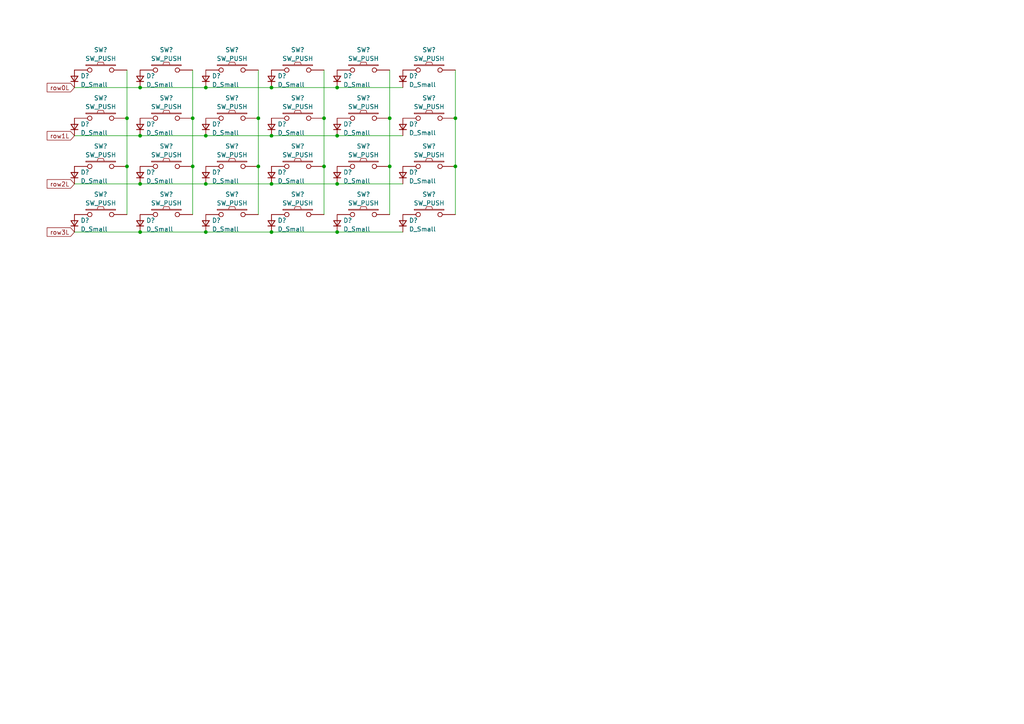
<source format=kicad_sch>
(kicad_sch (version 20211123) (generator eeschema)
  (paper "A4")
  (lib_symbols
    (symbol "Device:D_Small" (pin_numbers hide) (pin_names (offset 0.254) hide)
      (property "Reference" "D" (at -1.27 2.032 0))
      (property "Value" "D_Small" (at -3.81 -2.032 0))
      (symbol "D_Small_0_1"
        (polyline (pts (xy -0.762 -1.016) (xy -0.762 1.016)) (stroke (width 0.254)))
        (polyline (pts (xy -0.762 0) (xy 0.762 0)))
        (polyline (pts (xy 0.762 -1.016) (xy -0.762 0) (xy 0.762 1.016) (xy 0.762 -1.016)) (stroke (width 0.254)))
      )
      (symbol "D_Small_1_1"
        (pin passive line (at -2.54 0 0) (length 1.778) (name "K") (number "1"))
        (pin passive line (at 2.54 0 180) (length 1.778) (name "A") (number "2"))
      )
    )
    (symbol "kbd:SW_PUSH" (pin_numbers hide) (pin_names (offset 1.016) hide)
      (property "Reference" "SW" (at 3.81 2.794 0))
      (property "Value" "SW_PUSH" (at 0 -2.032 0))
      (symbol "SW_PUSH_0_1"
        (rectangle (start -4.318 1.27) (end 4.318 1.524))
        (polyline (pts (xy -1.016 1.524) (xy -0.762 2.286) (xy 0.762 2.286) (xy 1.016 1.524)))
        (pin passive inverted (at -7.62 0 0) (length 5.08) (name "1") (number "1"))
        (pin passive inverted (at 7.62 0 180) (length 5.08) (name "2") (number "2"))
      )
    )
  )
  (junction (at 74.93 48.26))
  (junction (at 78.74 53.34))
  (junction (at 40.64 39.37))
  (junction (at 97.79 67.31))
  (junction (at 40.64 25.4))
  (junction (at 78.74 67.31))
  (junction (at 97.79 25.4))
  (junction (at 59.69 53.34))
  (junction (at 55.88 34.29))
  (junction (at 97.79 53.34))
  (junction (at 59.69 39.37))
  (junction (at 78.74 25.4))
  (junction (at 36.83 48.26))
  (junction (at 59.69 67.31))
  (junction (at 55.88 48.26))
  (junction (at 132.08 48.26))
  (junction (at 113.03 48.26))
  (junction (at 93.98 34.29))
  (junction (at 36.83 34.29))
  (junction (at 132.08 34.29))
  (junction (at 78.74 39.37))
  (junction (at 74.93 34.29))
  (junction (at 40.64 67.31))
  (junction (at 113.03 34.29))
  (junction (at 97.79 39.37))
  (junction (at 93.98 48.26))
  (junction (at 40.64 53.34))
  (junction (at 59.69 25.4))
  (wire (pts (xy 55.88 48.26) (xy 55.88 62.23)))
  (wire (pts (xy 132.08 48.26) (xy 132.08 62.23)))
  (wire (pts (xy 74.93 34.29) (xy 74.93 48.26)))
  (wire (pts (xy 59.69 67.31) (xy 78.74 67.31)))
  (wire (pts (xy 40.64 39.37) (xy 59.69 39.37)))
  (wire (pts (xy 97.79 67.31) (xy 116.84 67.31)))
  (wire (pts (xy 36.83 20.32) (xy 36.83 34.29)))
  (wire (pts (xy 93.98 48.26) (xy 93.98 62.23)))
  (wire (pts (xy 36.83 48.26) (xy 36.83 62.23)))
  (wire (pts (xy 55.88 20.32) (xy 55.88 34.29)))
  (wire (pts (xy 59.69 39.37) (xy 78.74 39.37)))
  (wire (pts (xy 21.59 25.4) (xy 40.64 25.4)))
  (wire (pts (xy 21.59 67.31) (xy 40.64 67.31)))
  (wire (pts (xy 78.74 39.37) (xy 97.79 39.37)))
  (wire (pts (xy 97.79 25.4) (xy 116.84 25.4)))
  (wire (pts (xy 132.08 34.29) (xy 132.08 48.26)))
  (wire (pts (xy 113.03 48.26) (xy 113.03 62.23)))
  (wire (pts (xy 74.93 20.32) (xy 74.93 34.29)))
  (wire (pts (xy 40.64 25.4) (xy 59.69 25.4)))
  (wire (pts (xy 21.59 53.34) (xy 40.64 53.34)))
  (wire (pts (xy 55.88 34.29) (xy 55.88 48.26)))
  (wire (pts (xy 132.08 20.32) (xy 132.08 34.29)))
  (wire (pts (xy 93.98 34.29) (xy 93.98 48.26)))
  (wire (pts (xy 40.64 53.34) (xy 59.69 53.34)))
  (wire (pts (xy 78.74 67.31) (xy 97.79 67.31)))
  (wire (pts (xy 113.03 20.32) (xy 113.03 34.29)))
  (wire (pts (xy 97.79 39.37) (xy 116.84 39.37)))
  (wire (pts (xy 36.83 34.29) (xy 36.83 48.26)))
  (wire (pts (xy 40.64 67.31) (xy 59.69 67.31)))
  (wire (pts (xy 74.93 48.26) (xy 74.93 62.23)))
  (wire (pts (xy 113.03 34.29) (xy 113.03 48.26)))
  (wire (pts (xy 78.74 53.34) (xy 97.79 53.34)))
  (wire (pts (xy 78.74 25.4) (xy 97.79 25.4)))
  (wire (pts (xy 59.69 53.34) (xy 78.74 53.34)))
  (wire (pts (xy 59.69 25.4) (xy 78.74 25.4)))
  (wire (pts (xy 97.79 53.34) (xy 116.84 53.34)))
  (wire (pts (xy 21.59 39.37) (xy 40.64 39.37)))
  (wire (pts (xy 93.98 20.32) (xy 93.98 34.29)))
  (global_label "row1L" (shape input) (at 21.59 39.37 180) (property "Intersheet References" "${INTERSHEET_REFS}" (effects hide)))
  (global_label "row3L" (shape input) (at 21.59 67.31 180) (property "Intersheet References" "${INTERSHEET_REFS}" (effects hide)))
  (global_label "row0L" (shape input) (at 21.59 25.4 180) (property "Intersheet References" "${INTERSHEET_REFS}" (effects hide)))
  (global_label "row2L" (shape input) (at 21.59 53.34 180) (property "Intersheet References" "${INTERSHEET_REFS}" (effects hide)))
  (symbol (lib_id "Device:D_Small") (at 59.69 36.83 90) (unit 1)
    (property "Reference" "D?" (at 61.468 35.9953 90) (effects (justify right)))
    (property "Value" "D_Small" (at 61.468 38.5322 90) (effects (justify right)))
  )
  (symbol (lib_id "kbd:SW_PUSH") (at 105.41 48.26 0) (unit 1)
    (property "Reference" "SW?" (at 105.41 42.4012 0))
    (property "Value" "SW_PUSH" (at 105.41 44.9381 0))
  )
  (symbol (lib_id "Device:D_Small") (at 40.64 36.83 90) (unit 1)
    (property "Reference" "D?" (at 42.418 35.9953 90) (effects (justify right)))
    (property "Value" "D_Small" (at 42.418 38.5322 90) (effects (justify right)))
  )
  (symbol (lib_id "Device:D_Small") (at 97.79 36.83 90) (unit 1)
    (property "Reference" "D?" (at 99.568 35.9953 90) (effects (justify right)))
    (property "Value" "D_Small" (at 99.568 38.5322 90) (effects (justify right)))
  )
  (symbol (lib_id "kbd:SW_PUSH") (at 67.31 48.26 0) (unit 1)
    (property "Reference" "SW?" (at 67.31 42.4012 0))
    (property "Value" "SW_PUSH" (at 67.31 44.9381 0))
  )
  (symbol (lib_id "Device:D_Small") (at 21.59 22.86 90) (unit 1)
    (property "Reference" "D?" (at 23.368 22.0253 90) (effects (justify right)))
    (property "Value" "D_Small" (at 23.368 24.5622 90) (effects (justify right)))
  )
  (symbol (lib_id "kbd:SW_PUSH") (at 67.31 34.29 0) (unit 1)
    (property "Reference" "SW?" (at 67.31 28.4312 0))
    (property "Value" "SW_PUSH" (at 67.31 30.9681 0))
  )
  (symbol (lib_id "kbd:SW_PUSH") (at 86.36 48.26 0) (unit 1)
    (property "Reference" "SW?" (at 86.36 42.4012 0))
    (property "Value" "SW_PUSH" (at 86.36 44.9381 0))
  )
  (symbol (lib_id "Device:D_Small") (at 21.59 36.83 90) (unit 1)
    (property "Reference" "D?" (at 23.368 35.9953 90) (effects (justify right)))
    (property "Value" "D_Small" (at 23.368 38.5322 90) (effects (justify right)))
  )
  (symbol (lib_id "Device:D_Small") (at 116.84 50.8 90) (unit 1)
    (property "Reference" "D?" (at 118.618 49.9653 90) (effects (justify right)))
    (property "Value" "D_Small" (at 118.618 52.5022 90) (effects (justify right)))
  )
  (symbol (lib_id "Device:D_Small") (at 78.74 22.86 90) (unit 1)
    (property "Reference" "D?" (at 80.518 22.0253 90) (effects (justify right)))
    (property "Value" "D_Small" (at 80.518 24.5622 90) (effects (justify right)))
  )
  (symbol (lib_id "Device:D_Small") (at 59.69 50.8 90) (unit 1)
    (property "Reference" "D?" (at 61.468 49.9653 90) (effects (justify right)))
    (property "Value" "D_Small" (at 61.468 52.5022 90) (effects (justify right)))
  )
  (symbol (lib_id "kbd:SW_PUSH") (at 48.26 62.23 0) (unit 1)
    (property "Reference" "SW?" (at 48.26 56.3712 0))
    (property "Value" "SW_PUSH" (at 48.26 58.9081 0))
  )
  (symbol (lib_id "kbd:SW_PUSH") (at 48.26 34.29 0) (unit 1)
    (property "Reference" "SW?" (at 48.26 28.4312 0))
    (property "Value" "SW_PUSH" (at 48.26 30.9681 0))
  )
  (symbol (lib_id "Device:D_Small") (at 21.59 50.8 90) (unit 1)
    (property "Reference" "D?" (at 23.368 49.9653 90) (effects (justify right)))
    (property "Value" "D_Small" (at 23.368 52.5022 90) (effects (justify right)))
  )
  (symbol (lib_id "Device:D_Small") (at 21.59 64.77 90) (unit 1)
    (property "Reference" "D?" (at 23.368 63.9353 90) (effects (justify right)))
    (property "Value" "D_Small" (at 23.368 66.4722 90) (effects (justify right)))
  )
  (symbol (lib_id "kbd:SW_PUSH") (at 86.36 20.32 0) (unit 1)
    (property "Reference" "SW?" (at 86.36 14.4612 0))
    (property "Value" "SW_PUSH" (at 86.36 16.9981 0))
  )
  (symbol (lib_id "Device:D_Small") (at 116.84 64.77 90) (unit 1)
    (property "Reference" "D?" (at 118.618 63.9353 90) (effects (justify right)))
    (property "Value" "D_Small" (at 118.618 66.4722 90) (effects (justify right)))
  )
  (symbol (lib_id "kbd:SW_PUSH") (at 48.26 48.26 0) (unit 1)
    (property "Reference" "SW?" (at 48.26 42.4012 0))
    (property "Value" "SW_PUSH" (at 48.26 44.9381 0))
  )
  (symbol (lib_id "kbd:SW_PUSH") (at 86.36 62.23 0) (unit 1)
    (property "Reference" "SW?" (at 86.36 56.3712 0))
    (property "Value" "SW_PUSH" (at 86.36 58.9081 0))
  )
  (symbol (lib_id "Device:D_Small") (at 97.79 64.77 90) (unit 1)
    (property "Reference" "D?" (at 99.568 63.9353 90) (effects (justify right)))
    (property "Value" "D_Small" (at 99.568 66.4722 90) (effects (justify right)))
  )
  (symbol (lib_id "kbd:SW_PUSH") (at 67.31 62.23 0) (unit 1)
    (property "Reference" "SW?" (at 67.31 56.3712 0))
    (property "Value" "SW_PUSH" (at 67.31 58.9081 0))
  )
  (symbol (lib_id "Device:D_Small") (at 78.74 36.83 90) (unit 1)
    (property "Reference" "D?" (at 80.518 35.9953 90) (effects (justify right)))
    (property "Value" "D_Small" (at 80.518 38.5322 90) (effects (justify right)))
  )
  (symbol (lib_id "kbd:SW_PUSH") (at 29.21 20.32 0) (unit 1)
    (property "Reference" "SW?" (at 29.21 14.4612 0))
    (property "Value" "SW_PUSH" (at 29.21 16.9981 0))
  )
  (symbol (lib_id "Device:D_Small") (at 116.84 22.86 90) (unit 1)
    (property "Reference" "D?" (at 118.618 22.0253 90) (effects (justify right)))
    (property "Value" "D_Small" (at 118.618 24.5622 90) (effects (justify right)))
  )
  (symbol (lib_id "kbd:SW_PUSH") (at 105.41 34.29 0) (unit 1)
    (property "Reference" "SW?" (at 105.41 28.4312 0))
    (property "Value" "SW_PUSH" (at 105.41 30.9681 0))
  )
  (symbol (lib_id "kbd:SW_PUSH") (at 86.36 34.29 0) (unit 1)
    (property "Reference" "SW?" (at 86.36 28.4312 0))
    (property "Value" "SW_PUSH" (at 86.36 30.9681 0))
  )
  (symbol (lib_id "Device:D_Small") (at 40.64 50.8 90) (unit 1)
    (property "Reference" "D?" (at 42.418 49.9653 90) (effects (justify right)))
    (property "Value" "D_Small" (at 42.418 52.5022 90) (effects (justify right)))
  )
  (symbol (lib_id "kbd:SW_PUSH") (at 29.21 48.26 0) (unit 1)
    (property "Reference" "SW?" (at 29.21 42.4012 0))
    (property "Value" "SW_PUSH" (at 29.21 44.9381 0))
  )
  (symbol (lib_id "Device:D_Small") (at 59.69 64.77 90) (unit 1)
    (property "Reference" "D?" (at 61.468 63.9353 90) (effects (justify right)))
    (property "Value" "D_Small" (at 61.468 66.4722 90) (effects (justify right)))
  )
  (symbol (lib_id "kbd:SW_PUSH") (at 124.46 20.32 0) (unit 1)
    (property "Reference" "SW?" (at 124.46 14.4612 0))
    (property "Value" "SW_PUSH" (at 124.46 16.9981 0))
  )
  (symbol (lib_id "kbd:SW_PUSH") (at 124.46 48.26 0) (unit 1)
    (property "Reference" "SW?" (at 124.46 42.4012 0))
    (property "Value" "SW_PUSH" (at 124.46 44.9381 0))
  )
  (symbol (lib_id "kbd:SW_PUSH") (at 67.31 20.32 0) (unit 1)
    (property "Reference" "SW?" (at 67.31 14.4612 0))
    (property "Value" "SW_PUSH" (at 67.31 16.9981 0))
  )
  (symbol (lib_id "Device:D_Small") (at 97.79 22.86 90) (unit 1)
    (property "Reference" "D?" (at 99.568 22.0253 90) (effects (justify right)))
    (property "Value" "D_Small" (at 99.568 24.5622 90) (effects (justify right)))
  )
  (symbol (lib_id "kbd:SW_PUSH") (at 105.41 62.23 0) (unit 1)
    (property "Reference" "SW?" (at 105.41 56.3712 0))
    (property "Value" "SW_PUSH" (at 105.41 58.9081 0))
  )
  (symbol (lib_id "kbd:SW_PUSH") (at 124.46 34.29 0) (unit 1)
    (property "Reference" "SW?" (at 124.46 28.4312 0))
    (property "Value" "SW_PUSH" (at 124.46 30.9681 0))
  )
  (symbol (lib_id "kbd:SW_PUSH") (at 105.41 20.32 0) (unit 1)
    (property "Reference" "SW?" (at 105.41 14.4612 0))
    (property "Value" "SW_PUSH" (at 105.41 16.9981 0))
  )
  (symbol (lib_id "Device:D_Small") (at 59.69 22.86 90) (unit 1)
    (property "Reference" "D?" (at 61.468 22.0253 90) (effects (justify right)))
    (property "Value" "D_Small" (at 61.468 24.5622 90) (effects (justify right)))
  )
  (symbol (lib_id "Device:D_Small") (at 40.64 22.86 90) (unit 1)
    (property "Reference" "D?" (at 42.418 22.0253 90) (effects (justify right)))
    (property "Value" "D_Small" (at 42.418 24.5622 90) (effects (justify right)))
  )
  (symbol (lib_id "kbd:SW_PUSH") (at 48.26 20.32 0) (unit 1)
    (property "Reference" "SW?" (at 48.26 14.4612 0))
    (property "Value" "SW_PUSH" (at 48.26 16.9981 0))
  )
  (symbol (lib_id "Device:D_Small") (at 78.74 50.8 90) (unit 1)
    (property "Reference" "D?" (at 80.518 49.9653 90) (effects (justify right)))
    (property "Value" "D_Small" (at 80.518 52.5022 90) (effects (justify right)))
  )
  (symbol (lib_id "kbd:SW_PUSH") (at 124.46 62.23 0) (unit 1)
    (property "Reference" "SW?" (at 124.46 56.3712 0))
    (property "Value" "SW_PUSH" (at 124.46 58.9081 0))
  )
  (symbol (lib_id "kbd:SW_PUSH") (at 29.21 34.29 0) (unit 1)
    (property "Reference" "SW?" (at 29.21 28.4312 0))
    (property "Value" "SW_PUSH" (at 29.21 30.9681 0))
  )
  (symbol (lib_id "Device:D_Small") (at 97.79 50.8 90) (unit 1)
    (property "Reference" "D?" (at 99.568 49.9653 90) (effects (justify right)))
    (property "Value" "D_Small" (at 99.568 52.5022 90) (effects (justify right)))
  )
  (symbol (lib_id "Device:D_Small") (at 116.84 36.83 90) (unit 1)
    (property "Reference" "D?" (at 118.618 35.9953 90) (effects (justify right)))
    (property "Value" "D_Small" (at 118.618 38.5322 90) (effects (justify right)))
  )
  (symbol (lib_id "kbd:SW_PUSH") (at 29.21 62.23 0) (unit 1)
    (property "Reference" "SW?" (at 29.21 56.3712 0))
    (property "Value" "SW_PUSH" (at 29.21 58.9081 0))
  )
  (symbol (lib_id "Device:D_Small") (at 40.64 64.77 90) (unit 1)
    (property "Reference" "D?" (at 42.418 63.9353 90) (effects (justify right)))
    (property "Value" "D_Small" (at 42.418 66.4722 90) (effects (justify right)))
  )
  (symbol (lib_id "Device:D_Small") (at 78.74 64.77 90) (unit 1)
    (property "Reference" "D?" (at 80.518 63.9353 90) (effects (justify right)))
    (property "Value" "D_Small" (at 80.518 66.4722 90) (effects (justify right)))
  )
)
</source>
